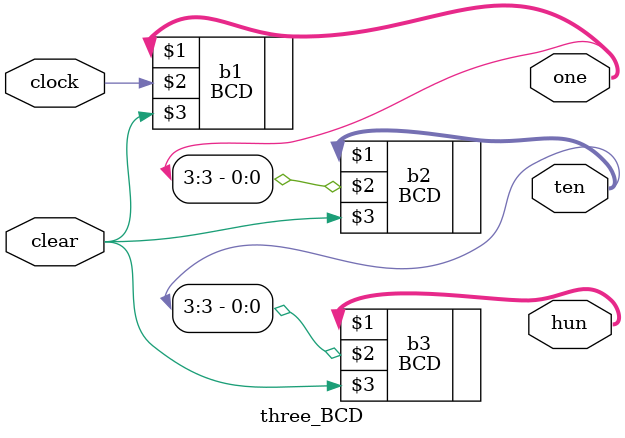
<source format=v>
module three_BCD(hun,ten,one,clear,clock);
input clock,clear;
output [3:0] hun,ten,one;

BCD b1(one,clock,clear);
BCD b2(ten,one[3],clear);
BCD b3(hun,ten[3],clear);
endmodule

</source>
